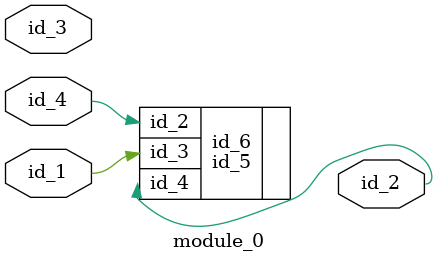
<source format=v>
module module_0 (
    id_1,
    id_2,
    id_3,
    id_4
);
  input id_4;
  input id_3;
  output id_2;
  input id_1;
  id_5 id_6 (
      .id_2(id_4),
      .id_3(id_1),
      .id_4(id_3),
      .id_3(id_1[id_2]),
      .id_4(id_4),
      .id_3(id_4),
      .id_4(id_2),
      .id_3(id_1)
  );
  id_7 id_8 (
      .id_4(id_4),
      .id_4(id_6),
      .id_6(id_6),
      .id_1(id_9[1])
  );
endmodule

</source>
